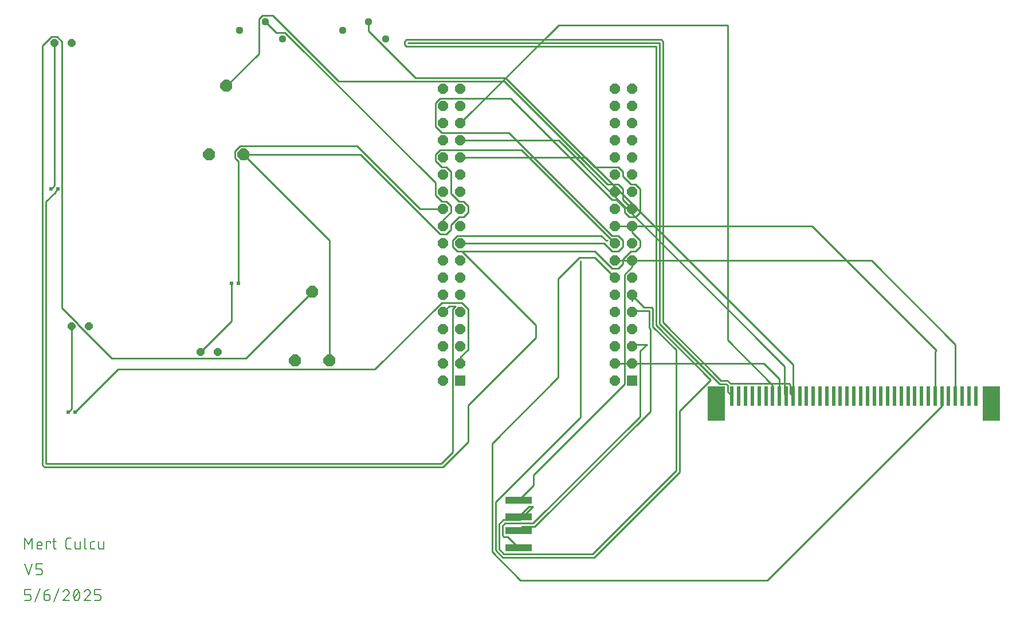
<source format=gbr>
G04 EAGLE Gerber RS-274X export*
G75*
%MOMM*%
%FSLAX34Y34*%
%LPD*%
%INTop Copper*%
%IPPOS*%
%AMOC8*
5,1,8,0,0,1.08239X$1,22.5*%
G01*
%ADD10C,0.152400*%
%ADD11R,2.540000X5.080000*%
%ADD12R,0.500000X3.000000*%
%ADD13P,1.231672X8X22.500000*%
%ADD14P,1.924489X8X22.500000*%
%ADD15C,1.120000*%
%ADD16R,1.524000X1.524000*%
%ADD17P,1.649562X8X112.500000*%
%ADD18R,4.000000X1.120000*%
%ADD19R,0.500000X0.600000*%
%ADD20C,0.254000*%


D10*
X96012Y153162D02*
X96012Y169418D01*
X101431Y160387D01*
X106849Y169418D01*
X106849Y153162D01*
X116680Y153162D02*
X121195Y153162D01*
X116680Y153162D02*
X116579Y153164D01*
X116478Y153170D01*
X116377Y153179D01*
X116276Y153192D01*
X116176Y153209D01*
X116077Y153230D01*
X115979Y153254D01*
X115882Y153282D01*
X115785Y153314D01*
X115690Y153349D01*
X115597Y153388D01*
X115505Y153430D01*
X115414Y153476D01*
X115326Y153525D01*
X115239Y153577D01*
X115154Y153633D01*
X115071Y153691D01*
X114991Y153753D01*
X114913Y153818D01*
X114837Y153885D01*
X114764Y153955D01*
X114694Y154028D01*
X114627Y154104D01*
X114562Y154182D01*
X114500Y154262D01*
X114442Y154345D01*
X114386Y154430D01*
X114334Y154517D01*
X114285Y154605D01*
X114239Y154696D01*
X114197Y154788D01*
X114158Y154881D01*
X114123Y154976D01*
X114091Y155073D01*
X114063Y155170D01*
X114039Y155268D01*
X114018Y155367D01*
X114001Y155467D01*
X113988Y155568D01*
X113979Y155669D01*
X113973Y155770D01*
X113971Y155871D01*
X113971Y160387D01*
X113973Y160506D01*
X113979Y160626D01*
X113989Y160745D01*
X114003Y160863D01*
X114020Y160982D01*
X114042Y161099D01*
X114067Y161216D01*
X114097Y161331D01*
X114130Y161446D01*
X114167Y161560D01*
X114207Y161672D01*
X114252Y161783D01*
X114300Y161892D01*
X114351Y162000D01*
X114406Y162106D01*
X114465Y162210D01*
X114527Y162312D01*
X114592Y162412D01*
X114661Y162510D01*
X114733Y162606D01*
X114808Y162699D01*
X114885Y162789D01*
X114966Y162877D01*
X115050Y162962D01*
X115137Y163044D01*
X115226Y163124D01*
X115318Y163200D01*
X115412Y163274D01*
X115509Y163344D01*
X115607Y163411D01*
X115708Y163475D01*
X115812Y163535D01*
X115917Y163592D01*
X116024Y163645D01*
X116132Y163695D01*
X116242Y163741D01*
X116354Y163783D01*
X116467Y163822D01*
X116581Y163857D01*
X116696Y163888D01*
X116813Y163916D01*
X116930Y163939D01*
X117047Y163959D01*
X117166Y163975D01*
X117285Y163987D01*
X117404Y163995D01*
X117523Y163999D01*
X117643Y163999D01*
X117762Y163995D01*
X117881Y163987D01*
X118000Y163975D01*
X118119Y163959D01*
X118236Y163939D01*
X118353Y163916D01*
X118470Y163888D01*
X118585Y163857D01*
X118699Y163822D01*
X118812Y163783D01*
X118924Y163741D01*
X119034Y163695D01*
X119142Y163645D01*
X119249Y163592D01*
X119354Y163535D01*
X119458Y163475D01*
X119559Y163411D01*
X119657Y163344D01*
X119754Y163274D01*
X119848Y163200D01*
X119940Y163124D01*
X120029Y163044D01*
X120116Y162962D01*
X120200Y162877D01*
X120281Y162789D01*
X120358Y162699D01*
X120433Y162606D01*
X120505Y162510D01*
X120574Y162412D01*
X120639Y162312D01*
X120701Y162210D01*
X120760Y162106D01*
X120815Y162000D01*
X120866Y161892D01*
X120914Y161783D01*
X120959Y161672D01*
X120999Y161560D01*
X121036Y161446D01*
X121069Y161331D01*
X121099Y161216D01*
X121124Y161099D01*
X121146Y160982D01*
X121163Y160863D01*
X121177Y160745D01*
X121187Y160626D01*
X121193Y160506D01*
X121195Y160387D01*
X121195Y158581D01*
X113971Y158581D01*
X128123Y163999D02*
X128123Y153162D01*
X128123Y163999D02*
X133542Y163999D01*
X133542Y162193D01*
X137162Y163999D02*
X142581Y163999D01*
X138968Y169418D02*
X138968Y155871D01*
X138969Y155871D02*
X138971Y155770D01*
X138977Y155669D01*
X138986Y155568D01*
X138999Y155467D01*
X139016Y155367D01*
X139037Y155268D01*
X139061Y155170D01*
X139089Y155073D01*
X139121Y154976D01*
X139156Y154881D01*
X139195Y154788D01*
X139237Y154696D01*
X139283Y154605D01*
X139332Y154517D01*
X139384Y154430D01*
X139440Y154345D01*
X139498Y154262D01*
X139560Y154182D01*
X139625Y154104D01*
X139692Y154028D01*
X139762Y153955D01*
X139835Y153885D01*
X139911Y153818D01*
X139989Y153753D01*
X140069Y153691D01*
X140152Y153633D01*
X140237Y153577D01*
X140324Y153525D01*
X140412Y153476D01*
X140503Y153430D01*
X140595Y153388D01*
X140688Y153349D01*
X140783Y153314D01*
X140880Y153282D01*
X140977Y153254D01*
X141075Y153230D01*
X141174Y153209D01*
X141274Y153192D01*
X141375Y153179D01*
X141476Y153170D01*
X141577Y153164D01*
X141678Y153162D01*
X142581Y153162D01*
X160408Y153162D02*
X164020Y153162D01*
X160408Y153162D02*
X160290Y153164D01*
X160172Y153170D01*
X160054Y153179D01*
X159937Y153193D01*
X159820Y153210D01*
X159703Y153231D01*
X159588Y153256D01*
X159473Y153285D01*
X159359Y153318D01*
X159247Y153354D01*
X159136Y153394D01*
X159026Y153437D01*
X158917Y153484D01*
X158810Y153534D01*
X158705Y153589D01*
X158602Y153646D01*
X158501Y153707D01*
X158401Y153771D01*
X158304Y153838D01*
X158209Y153908D01*
X158117Y153982D01*
X158026Y154058D01*
X157939Y154138D01*
X157854Y154220D01*
X157772Y154305D01*
X157692Y154392D01*
X157616Y154483D01*
X157542Y154575D01*
X157472Y154670D01*
X157405Y154767D01*
X157341Y154867D01*
X157280Y154968D01*
X157223Y155071D01*
X157168Y155176D01*
X157118Y155283D01*
X157071Y155392D01*
X157028Y155502D01*
X156988Y155613D01*
X156952Y155725D01*
X156919Y155839D01*
X156890Y155954D01*
X156865Y156069D01*
X156844Y156186D01*
X156827Y156303D01*
X156813Y156420D01*
X156804Y156538D01*
X156798Y156656D01*
X156796Y156774D01*
X156795Y156774D02*
X156795Y165806D01*
X156796Y165806D02*
X156798Y165924D01*
X156804Y166042D01*
X156813Y166160D01*
X156827Y166277D01*
X156844Y166394D01*
X156865Y166511D01*
X156890Y166626D01*
X156919Y166741D01*
X156952Y166855D01*
X156988Y166967D01*
X157028Y167078D01*
X157071Y167188D01*
X157118Y167297D01*
X157168Y167404D01*
X157222Y167509D01*
X157280Y167612D01*
X157341Y167713D01*
X157405Y167813D01*
X157472Y167910D01*
X157542Y168005D01*
X157616Y168097D01*
X157692Y168188D01*
X157772Y168275D01*
X157854Y168360D01*
X157939Y168442D01*
X158026Y168522D01*
X158117Y168598D01*
X158209Y168672D01*
X158304Y168742D01*
X158401Y168809D01*
X158501Y168873D01*
X158602Y168934D01*
X158705Y168991D01*
X158810Y169045D01*
X158917Y169096D01*
X159026Y169143D01*
X159136Y169186D01*
X159247Y169226D01*
X159359Y169262D01*
X159473Y169295D01*
X159588Y169324D01*
X159703Y169349D01*
X159820Y169370D01*
X159937Y169387D01*
X160054Y169401D01*
X160172Y169410D01*
X160290Y169416D01*
X160408Y169418D01*
X164020Y169418D01*
X170243Y163999D02*
X170243Y155871D01*
X170245Y155770D01*
X170251Y155669D01*
X170260Y155568D01*
X170273Y155467D01*
X170290Y155367D01*
X170311Y155268D01*
X170335Y155170D01*
X170363Y155073D01*
X170395Y154976D01*
X170430Y154881D01*
X170469Y154788D01*
X170511Y154696D01*
X170557Y154605D01*
X170606Y154517D01*
X170658Y154430D01*
X170714Y154345D01*
X170772Y154262D01*
X170834Y154182D01*
X170899Y154104D01*
X170966Y154028D01*
X171036Y153955D01*
X171109Y153885D01*
X171185Y153818D01*
X171263Y153753D01*
X171343Y153691D01*
X171426Y153633D01*
X171511Y153577D01*
X171598Y153525D01*
X171686Y153476D01*
X171777Y153430D01*
X171869Y153388D01*
X171962Y153349D01*
X172057Y153314D01*
X172154Y153282D01*
X172251Y153254D01*
X172349Y153230D01*
X172448Y153209D01*
X172548Y153192D01*
X172649Y153179D01*
X172750Y153170D01*
X172851Y153164D01*
X172952Y153162D01*
X177468Y153162D01*
X177468Y163999D01*
X184548Y169418D02*
X184548Y155871D01*
X184550Y155770D01*
X184556Y155669D01*
X184565Y155568D01*
X184578Y155467D01*
X184595Y155367D01*
X184616Y155268D01*
X184640Y155170D01*
X184668Y155073D01*
X184700Y154976D01*
X184735Y154881D01*
X184774Y154788D01*
X184816Y154696D01*
X184862Y154605D01*
X184911Y154517D01*
X184963Y154430D01*
X185019Y154345D01*
X185077Y154262D01*
X185139Y154182D01*
X185204Y154104D01*
X185271Y154028D01*
X185341Y153955D01*
X185414Y153885D01*
X185490Y153818D01*
X185568Y153753D01*
X185648Y153691D01*
X185731Y153633D01*
X185816Y153577D01*
X185903Y153525D01*
X185991Y153476D01*
X186082Y153430D01*
X186174Y153388D01*
X186267Y153349D01*
X186362Y153314D01*
X186459Y153282D01*
X186556Y153254D01*
X186654Y153230D01*
X186753Y153209D01*
X186853Y153192D01*
X186954Y153179D01*
X187055Y153170D01*
X187156Y153164D01*
X187257Y153162D01*
X195374Y153162D02*
X198987Y153162D01*
X195374Y153162D02*
X195273Y153164D01*
X195172Y153170D01*
X195071Y153179D01*
X194970Y153192D01*
X194870Y153209D01*
X194771Y153230D01*
X194673Y153254D01*
X194576Y153282D01*
X194479Y153314D01*
X194384Y153349D01*
X194291Y153388D01*
X194199Y153430D01*
X194108Y153476D01*
X194020Y153525D01*
X193933Y153577D01*
X193848Y153633D01*
X193765Y153691D01*
X193685Y153753D01*
X193607Y153818D01*
X193531Y153885D01*
X193458Y153955D01*
X193388Y154028D01*
X193321Y154104D01*
X193256Y154182D01*
X193194Y154262D01*
X193136Y154345D01*
X193080Y154430D01*
X193028Y154517D01*
X192979Y154605D01*
X192933Y154696D01*
X192891Y154788D01*
X192852Y154881D01*
X192817Y154976D01*
X192785Y155073D01*
X192757Y155170D01*
X192733Y155268D01*
X192712Y155367D01*
X192695Y155467D01*
X192682Y155568D01*
X192673Y155669D01*
X192667Y155770D01*
X192665Y155871D01*
X192665Y161290D01*
X192667Y161391D01*
X192673Y161492D01*
X192682Y161593D01*
X192695Y161694D01*
X192712Y161794D01*
X192733Y161893D01*
X192757Y161991D01*
X192785Y162088D01*
X192817Y162185D01*
X192852Y162280D01*
X192891Y162373D01*
X192933Y162465D01*
X192979Y162556D01*
X193028Y162645D01*
X193080Y162731D01*
X193136Y162816D01*
X193194Y162899D01*
X193256Y162979D01*
X193321Y163057D01*
X193388Y163133D01*
X193458Y163206D01*
X193531Y163276D01*
X193607Y163343D01*
X193685Y163408D01*
X193765Y163470D01*
X193848Y163528D01*
X193933Y163584D01*
X194020Y163636D01*
X194108Y163685D01*
X194199Y163731D01*
X194291Y163773D01*
X194384Y163812D01*
X194479Y163847D01*
X194576Y163879D01*
X194673Y163907D01*
X194771Y163931D01*
X194870Y163952D01*
X194970Y163969D01*
X195071Y163982D01*
X195172Y163991D01*
X195273Y163997D01*
X195374Y163999D01*
X198987Y163999D01*
X205153Y163999D02*
X205153Y155871D01*
X205155Y155770D01*
X205161Y155669D01*
X205170Y155568D01*
X205183Y155467D01*
X205200Y155367D01*
X205221Y155268D01*
X205245Y155170D01*
X205273Y155073D01*
X205305Y154976D01*
X205340Y154881D01*
X205379Y154788D01*
X205421Y154696D01*
X205467Y154605D01*
X205516Y154517D01*
X205568Y154430D01*
X205624Y154345D01*
X205682Y154262D01*
X205744Y154182D01*
X205809Y154104D01*
X205876Y154028D01*
X205946Y153955D01*
X206019Y153885D01*
X206095Y153818D01*
X206173Y153753D01*
X206253Y153691D01*
X206336Y153633D01*
X206421Y153577D01*
X206508Y153525D01*
X206596Y153476D01*
X206687Y153430D01*
X206779Y153388D01*
X206872Y153349D01*
X206967Y153314D01*
X207064Y153282D01*
X207161Y153254D01*
X207259Y153230D01*
X207358Y153209D01*
X207458Y153192D01*
X207559Y153179D01*
X207660Y153170D01*
X207761Y153164D01*
X207862Y153162D01*
X212377Y153162D01*
X212377Y163999D01*
X96012Y131318D02*
X101431Y115062D01*
X106849Y131318D01*
X112546Y115062D02*
X117965Y115062D01*
X118083Y115064D01*
X118201Y115070D01*
X118319Y115079D01*
X118436Y115093D01*
X118553Y115110D01*
X118670Y115131D01*
X118785Y115156D01*
X118900Y115185D01*
X119014Y115218D01*
X119126Y115254D01*
X119237Y115294D01*
X119347Y115337D01*
X119456Y115384D01*
X119563Y115434D01*
X119668Y115489D01*
X119771Y115546D01*
X119872Y115607D01*
X119972Y115671D01*
X120069Y115738D01*
X120164Y115808D01*
X120256Y115882D01*
X120347Y115958D01*
X120434Y116038D01*
X120519Y116120D01*
X120601Y116205D01*
X120681Y116292D01*
X120757Y116383D01*
X120831Y116475D01*
X120901Y116570D01*
X120968Y116667D01*
X121032Y116767D01*
X121093Y116868D01*
X121150Y116971D01*
X121205Y117076D01*
X121255Y117183D01*
X121302Y117292D01*
X121345Y117402D01*
X121385Y117513D01*
X121421Y117625D01*
X121454Y117739D01*
X121483Y117854D01*
X121508Y117969D01*
X121529Y118086D01*
X121546Y118203D01*
X121560Y118320D01*
X121569Y118438D01*
X121575Y118556D01*
X121577Y118674D01*
X121577Y120481D01*
X121575Y120599D01*
X121569Y120717D01*
X121560Y120835D01*
X121546Y120952D01*
X121529Y121069D01*
X121508Y121186D01*
X121483Y121301D01*
X121454Y121416D01*
X121421Y121530D01*
X121385Y121642D01*
X121345Y121753D01*
X121302Y121863D01*
X121255Y121972D01*
X121205Y122079D01*
X121150Y122184D01*
X121093Y122287D01*
X121032Y122388D01*
X120968Y122488D01*
X120901Y122585D01*
X120831Y122680D01*
X120757Y122772D01*
X120681Y122863D01*
X120601Y122950D01*
X120519Y123035D01*
X120434Y123117D01*
X120347Y123197D01*
X120256Y123273D01*
X120164Y123347D01*
X120069Y123417D01*
X119972Y123484D01*
X119872Y123548D01*
X119771Y123609D01*
X119668Y123666D01*
X119563Y123721D01*
X119456Y123771D01*
X119347Y123818D01*
X119237Y123861D01*
X119126Y123901D01*
X119014Y123937D01*
X118900Y123970D01*
X118785Y123999D01*
X118670Y124024D01*
X118553Y124045D01*
X118436Y124062D01*
X118319Y124076D01*
X118201Y124085D01*
X118083Y124091D01*
X117965Y124093D01*
X112546Y124093D01*
X112546Y131318D01*
X121577Y131318D01*
X101431Y76962D02*
X96012Y76962D01*
X101431Y76962D02*
X101549Y76964D01*
X101667Y76970D01*
X101785Y76979D01*
X101902Y76993D01*
X102019Y77010D01*
X102136Y77031D01*
X102251Y77056D01*
X102366Y77085D01*
X102480Y77118D01*
X102592Y77154D01*
X102703Y77194D01*
X102813Y77237D01*
X102922Y77284D01*
X103029Y77334D01*
X103134Y77389D01*
X103237Y77446D01*
X103338Y77507D01*
X103438Y77571D01*
X103535Y77638D01*
X103630Y77708D01*
X103722Y77782D01*
X103813Y77858D01*
X103900Y77938D01*
X103985Y78020D01*
X104067Y78105D01*
X104147Y78192D01*
X104223Y78283D01*
X104297Y78375D01*
X104367Y78470D01*
X104434Y78567D01*
X104498Y78667D01*
X104559Y78768D01*
X104616Y78871D01*
X104671Y78976D01*
X104721Y79083D01*
X104768Y79192D01*
X104811Y79302D01*
X104851Y79413D01*
X104887Y79525D01*
X104920Y79639D01*
X104949Y79754D01*
X104974Y79869D01*
X104995Y79986D01*
X105012Y80103D01*
X105026Y80220D01*
X105035Y80338D01*
X105041Y80456D01*
X105043Y80574D01*
X105043Y82381D01*
X105041Y82499D01*
X105035Y82617D01*
X105026Y82735D01*
X105012Y82852D01*
X104995Y82969D01*
X104974Y83086D01*
X104949Y83201D01*
X104920Y83316D01*
X104887Y83430D01*
X104851Y83542D01*
X104811Y83653D01*
X104768Y83763D01*
X104721Y83872D01*
X104671Y83979D01*
X104616Y84084D01*
X104559Y84187D01*
X104498Y84288D01*
X104434Y84388D01*
X104367Y84485D01*
X104297Y84580D01*
X104223Y84672D01*
X104147Y84763D01*
X104067Y84850D01*
X103985Y84935D01*
X103900Y85017D01*
X103813Y85097D01*
X103722Y85173D01*
X103630Y85247D01*
X103535Y85317D01*
X103438Y85384D01*
X103338Y85448D01*
X103237Y85509D01*
X103134Y85566D01*
X103029Y85621D01*
X102922Y85671D01*
X102813Y85718D01*
X102703Y85761D01*
X102592Y85801D01*
X102480Y85837D01*
X102366Y85870D01*
X102251Y85899D01*
X102136Y85924D01*
X102019Y85945D01*
X101902Y85962D01*
X101785Y85976D01*
X101667Y85985D01*
X101549Y85991D01*
X101431Y85993D01*
X96012Y85993D01*
X96012Y93218D01*
X105043Y93218D01*
X118208Y95024D02*
X110983Y75156D01*
X124148Y85993D02*
X129567Y85993D01*
X129685Y85991D01*
X129803Y85985D01*
X129921Y85976D01*
X130038Y85962D01*
X130155Y85945D01*
X130272Y85924D01*
X130387Y85899D01*
X130502Y85870D01*
X130616Y85837D01*
X130728Y85801D01*
X130839Y85761D01*
X130949Y85718D01*
X131058Y85671D01*
X131165Y85621D01*
X131270Y85566D01*
X131373Y85509D01*
X131474Y85448D01*
X131574Y85384D01*
X131671Y85317D01*
X131766Y85247D01*
X131858Y85173D01*
X131949Y85097D01*
X132036Y85017D01*
X132121Y84935D01*
X132203Y84850D01*
X132283Y84763D01*
X132359Y84672D01*
X132433Y84580D01*
X132503Y84485D01*
X132570Y84388D01*
X132634Y84288D01*
X132695Y84187D01*
X132752Y84084D01*
X132807Y83979D01*
X132857Y83872D01*
X132904Y83763D01*
X132947Y83653D01*
X132987Y83542D01*
X133023Y83430D01*
X133056Y83316D01*
X133085Y83201D01*
X133110Y83086D01*
X133131Y82969D01*
X133148Y82852D01*
X133162Y82735D01*
X133171Y82617D01*
X133177Y82499D01*
X133179Y82381D01*
X133179Y81478D01*
X133180Y81478D02*
X133178Y81345D01*
X133172Y81213D01*
X133162Y81081D01*
X133149Y80949D01*
X133131Y80817D01*
X133110Y80687D01*
X133085Y80556D01*
X133056Y80427D01*
X133023Y80299D01*
X132987Y80171D01*
X132947Y80045D01*
X132903Y79920D01*
X132855Y79796D01*
X132804Y79674D01*
X132749Y79553D01*
X132691Y79434D01*
X132629Y79316D01*
X132564Y79201D01*
X132495Y79087D01*
X132424Y78976D01*
X132348Y78867D01*
X132270Y78760D01*
X132189Y78655D01*
X132104Y78553D01*
X132017Y78453D01*
X131927Y78356D01*
X131834Y78261D01*
X131738Y78170D01*
X131640Y78081D01*
X131539Y77995D01*
X131435Y77912D01*
X131329Y77832D01*
X131221Y77756D01*
X131111Y77682D01*
X130998Y77612D01*
X130884Y77545D01*
X130767Y77482D01*
X130649Y77422D01*
X130529Y77365D01*
X130407Y77312D01*
X130284Y77263D01*
X130160Y77217D01*
X130034Y77175D01*
X129907Y77137D01*
X129779Y77102D01*
X129650Y77071D01*
X129521Y77044D01*
X129390Y77021D01*
X129259Y77001D01*
X129127Y76986D01*
X128995Y76974D01*
X128863Y76966D01*
X128730Y76962D01*
X128598Y76962D01*
X128465Y76966D01*
X128333Y76974D01*
X128201Y76986D01*
X128069Y77001D01*
X127938Y77021D01*
X127807Y77044D01*
X127678Y77071D01*
X127549Y77102D01*
X127421Y77137D01*
X127294Y77175D01*
X127168Y77217D01*
X127044Y77263D01*
X126921Y77312D01*
X126799Y77365D01*
X126679Y77422D01*
X126561Y77482D01*
X126444Y77545D01*
X126330Y77612D01*
X126217Y77682D01*
X126107Y77756D01*
X125999Y77832D01*
X125893Y77912D01*
X125789Y77995D01*
X125688Y78081D01*
X125590Y78170D01*
X125494Y78261D01*
X125401Y78356D01*
X125311Y78453D01*
X125224Y78553D01*
X125139Y78655D01*
X125058Y78760D01*
X124980Y78867D01*
X124904Y78976D01*
X124833Y79087D01*
X124764Y79201D01*
X124699Y79316D01*
X124637Y79434D01*
X124579Y79553D01*
X124524Y79674D01*
X124473Y79796D01*
X124425Y79920D01*
X124381Y80045D01*
X124341Y80171D01*
X124305Y80299D01*
X124272Y80427D01*
X124243Y80556D01*
X124218Y80687D01*
X124197Y80817D01*
X124179Y80949D01*
X124166Y81081D01*
X124156Y81213D01*
X124150Y81345D01*
X124148Y81478D01*
X124148Y85993D01*
X124150Y86170D01*
X124157Y86348D01*
X124168Y86525D01*
X124183Y86701D01*
X124202Y86877D01*
X124226Y87053D01*
X124254Y87228D01*
X124287Y87403D01*
X124324Y87576D01*
X124365Y87749D01*
X124410Y87920D01*
X124459Y88090D01*
X124513Y88259D01*
X124570Y88427D01*
X124632Y88593D01*
X124698Y88758D01*
X124768Y88921D01*
X124842Y89082D01*
X124919Y89241D01*
X125001Y89399D01*
X125087Y89554D01*
X125176Y89707D01*
X125269Y89858D01*
X125366Y90007D01*
X125466Y90153D01*
X125570Y90297D01*
X125677Y90438D01*
X125788Y90576D01*
X125902Y90712D01*
X126020Y90845D01*
X126140Y90975D01*
X126264Y91102D01*
X126391Y91226D01*
X126521Y91346D01*
X126654Y91464D01*
X126789Y91578D01*
X126928Y91689D01*
X127069Y91796D01*
X127213Y91900D01*
X127359Y92000D01*
X127508Y92097D01*
X127659Y92190D01*
X127812Y92279D01*
X127967Y92365D01*
X128125Y92447D01*
X128284Y92524D01*
X128445Y92598D01*
X128608Y92668D01*
X128773Y92734D01*
X128939Y92796D01*
X129107Y92853D01*
X129276Y92907D01*
X129446Y92956D01*
X129617Y93001D01*
X129790Y93042D01*
X129963Y93079D01*
X130138Y93112D01*
X130313Y93140D01*
X130489Y93164D01*
X130665Y93183D01*
X130841Y93198D01*
X131018Y93209D01*
X131196Y93216D01*
X131373Y93218D01*
X146344Y95024D02*
X139119Y75156D01*
X157251Y93218D02*
X157376Y93216D01*
X157501Y93210D01*
X157626Y93201D01*
X157750Y93187D01*
X157874Y93170D01*
X157998Y93149D01*
X158120Y93124D01*
X158242Y93095D01*
X158363Y93063D01*
X158483Y93027D01*
X158602Y92987D01*
X158719Y92944D01*
X158835Y92897D01*
X158950Y92846D01*
X159062Y92792D01*
X159174Y92734D01*
X159283Y92674D01*
X159390Y92609D01*
X159496Y92542D01*
X159599Y92471D01*
X159700Y92397D01*
X159799Y92320D01*
X159895Y92240D01*
X159989Y92157D01*
X160080Y92072D01*
X160169Y91983D01*
X160254Y91892D01*
X160337Y91798D01*
X160417Y91702D01*
X160494Y91603D01*
X160568Y91502D01*
X160639Y91399D01*
X160706Y91293D01*
X160771Y91186D01*
X160831Y91077D01*
X160889Y90965D01*
X160943Y90853D01*
X160994Y90738D01*
X161041Y90622D01*
X161084Y90505D01*
X161124Y90386D01*
X161160Y90266D01*
X161192Y90145D01*
X161221Y90023D01*
X161246Y89901D01*
X161267Y89777D01*
X161284Y89653D01*
X161298Y89529D01*
X161307Y89404D01*
X161313Y89279D01*
X161315Y89154D01*
X157251Y93218D02*
X157108Y93216D01*
X156966Y93210D01*
X156823Y93200D01*
X156681Y93187D01*
X156540Y93169D01*
X156398Y93148D01*
X156258Y93123D01*
X156118Y93094D01*
X155979Y93061D01*
X155841Y93024D01*
X155704Y92984D01*
X155569Y92940D01*
X155434Y92892D01*
X155301Y92840D01*
X155169Y92785D01*
X155039Y92726D01*
X154911Y92664D01*
X154784Y92598D01*
X154659Y92529D01*
X154536Y92457D01*
X154416Y92381D01*
X154297Y92302D01*
X154180Y92219D01*
X154066Y92134D01*
X153954Y92045D01*
X153845Y91954D01*
X153738Y91859D01*
X153633Y91762D01*
X153532Y91661D01*
X153433Y91558D01*
X153337Y91453D01*
X153244Y91344D01*
X153154Y91233D01*
X153067Y91120D01*
X152983Y91005D01*
X152903Y90887D01*
X152825Y90767D01*
X152751Y90645D01*
X152681Y90521D01*
X152613Y90395D01*
X152550Y90267D01*
X152489Y90138D01*
X152432Y90007D01*
X152379Y89875D01*
X152330Y89741D01*
X152284Y89606D01*
X159960Y85993D02*
X160054Y86085D01*
X160144Y86179D01*
X160232Y86276D01*
X160317Y86376D01*
X160399Y86478D01*
X160478Y86583D01*
X160553Y86690D01*
X160625Y86799D01*
X160694Y86910D01*
X160760Y87024D01*
X160822Y87139D01*
X160881Y87256D01*
X160936Y87375D01*
X160987Y87495D01*
X161035Y87617D01*
X161080Y87740D01*
X161120Y87864D01*
X161157Y87990D01*
X161190Y88117D01*
X161219Y88244D01*
X161245Y88373D01*
X161266Y88502D01*
X161284Y88632D01*
X161297Y88762D01*
X161307Y88892D01*
X161313Y89023D01*
X161315Y89154D01*
X159961Y85993D02*
X152284Y76962D01*
X161315Y76962D01*
X167916Y85090D02*
X167920Y85410D01*
X167931Y85729D01*
X167950Y86049D01*
X167977Y86367D01*
X168011Y86685D01*
X168053Y87002D01*
X168103Y87318D01*
X168160Y87633D01*
X168224Y87946D01*
X168296Y88258D01*
X168375Y88568D01*
X168462Y88875D01*
X168556Y89181D01*
X168657Y89484D01*
X168766Y89785D01*
X168881Y90083D01*
X169004Y90379D01*
X169134Y90671D01*
X169271Y90960D01*
X169270Y90961D02*
X169309Y91069D01*
X169352Y91176D01*
X169398Y91281D01*
X169449Y91385D01*
X169502Y91487D01*
X169559Y91587D01*
X169620Y91685D01*
X169684Y91780D01*
X169751Y91874D01*
X169822Y91965D01*
X169895Y92054D01*
X169972Y92140D01*
X170051Y92223D01*
X170133Y92304D01*
X170218Y92382D01*
X170306Y92456D01*
X170396Y92528D01*
X170488Y92596D01*
X170583Y92662D01*
X170680Y92724D01*
X170779Y92782D01*
X170881Y92838D01*
X170983Y92889D01*
X171088Y92937D01*
X171194Y92982D01*
X171302Y93023D01*
X171411Y93060D01*
X171521Y93093D01*
X171633Y93122D01*
X171745Y93148D01*
X171858Y93170D01*
X171972Y93187D01*
X172086Y93201D01*
X172201Y93211D01*
X172316Y93217D01*
X172431Y93219D01*
X172431Y93218D02*
X172546Y93216D01*
X172661Y93210D01*
X172776Y93200D01*
X172890Y93186D01*
X173004Y93169D01*
X173117Y93147D01*
X173229Y93121D01*
X173341Y93092D01*
X173451Y93059D01*
X173560Y93022D01*
X173668Y92981D01*
X173774Y92936D01*
X173879Y92888D01*
X173981Y92837D01*
X174082Y92781D01*
X174182Y92723D01*
X174279Y92661D01*
X174373Y92596D01*
X174466Y92527D01*
X174556Y92455D01*
X174644Y92381D01*
X174729Y92303D01*
X174811Y92222D01*
X174890Y92139D01*
X174967Y92053D01*
X175040Y91964D01*
X175111Y91873D01*
X175178Y91779D01*
X175242Y91684D01*
X175303Y91586D01*
X175360Y91486D01*
X175413Y91384D01*
X175464Y91280D01*
X175510Y91175D01*
X175553Y91068D01*
X175592Y90960D01*
X175591Y90960D02*
X175728Y90671D01*
X175858Y90379D01*
X175981Y90083D01*
X176096Y89785D01*
X176205Y89484D01*
X176306Y89181D01*
X176400Y88875D01*
X176487Y88568D01*
X176566Y88258D01*
X176638Y87946D01*
X176702Y87633D01*
X176759Y87318D01*
X176809Y87002D01*
X176851Y86685D01*
X176885Y86367D01*
X176912Y86049D01*
X176931Y85729D01*
X176942Y85410D01*
X176946Y85090D01*
X167916Y85090D02*
X167920Y84770D01*
X167931Y84451D01*
X167950Y84131D01*
X167977Y83813D01*
X168011Y83495D01*
X168053Y83178D01*
X168103Y82862D01*
X168160Y82547D01*
X168224Y82234D01*
X168296Y81922D01*
X168375Y81612D01*
X168462Y81305D01*
X168556Y80999D01*
X168657Y80696D01*
X168766Y80395D01*
X168881Y80097D01*
X169004Y79801D01*
X169134Y79509D01*
X169271Y79220D01*
X169270Y79220D02*
X169309Y79112D01*
X169352Y79005D01*
X169398Y78900D01*
X169449Y78796D01*
X169502Y78694D01*
X169559Y78594D01*
X169620Y78496D01*
X169684Y78401D01*
X169751Y78307D01*
X169822Y78216D01*
X169895Y78127D01*
X169972Y78041D01*
X170051Y77958D01*
X170133Y77877D01*
X170218Y77799D01*
X170306Y77725D01*
X170396Y77653D01*
X170489Y77584D01*
X170583Y77519D01*
X170680Y77457D01*
X170780Y77399D01*
X170881Y77343D01*
X170983Y77292D01*
X171088Y77244D01*
X171194Y77199D01*
X171302Y77158D01*
X171411Y77121D01*
X171521Y77088D01*
X171633Y77059D01*
X171745Y77033D01*
X171858Y77011D01*
X171972Y76994D01*
X172086Y76980D01*
X172201Y76970D01*
X172316Y76964D01*
X172431Y76962D01*
X175591Y79220D02*
X175728Y79509D01*
X175858Y79801D01*
X175981Y80097D01*
X176096Y80395D01*
X176205Y80696D01*
X176306Y80999D01*
X176400Y81305D01*
X176487Y81612D01*
X176566Y81922D01*
X176638Y82234D01*
X176702Y82547D01*
X176759Y82862D01*
X176809Y83178D01*
X176851Y83495D01*
X176885Y83813D01*
X176912Y84131D01*
X176931Y84451D01*
X176942Y84770D01*
X176946Y85090D01*
X175592Y79220D02*
X175553Y79112D01*
X175510Y79005D01*
X175464Y78900D01*
X175413Y78796D01*
X175360Y78694D01*
X175303Y78594D01*
X175242Y78496D01*
X175178Y78401D01*
X175111Y78307D01*
X175040Y78216D01*
X174967Y78127D01*
X174890Y78041D01*
X174811Y77958D01*
X174729Y77877D01*
X174644Y77799D01*
X174556Y77725D01*
X174466Y77653D01*
X174373Y77584D01*
X174279Y77519D01*
X174182Y77457D01*
X174082Y77399D01*
X173981Y77343D01*
X173878Y77292D01*
X173774Y77244D01*
X173668Y77199D01*
X173560Y77158D01*
X173451Y77121D01*
X173341Y77088D01*
X173229Y77059D01*
X173117Y77033D01*
X173004Y77011D01*
X172890Y76994D01*
X172776Y76980D01*
X172661Y76970D01*
X172546Y76964D01*
X172431Y76962D01*
X168819Y80574D02*
X176044Y89606D01*
X188514Y93218D02*
X188639Y93216D01*
X188764Y93210D01*
X188889Y93201D01*
X189013Y93187D01*
X189137Y93170D01*
X189261Y93149D01*
X189383Y93124D01*
X189505Y93095D01*
X189626Y93063D01*
X189746Y93027D01*
X189865Y92987D01*
X189982Y92944D01*
X190098Y92897D01*
X190213Y92846D01*
X190325Y92792D01*
X190437Y92734D01*
X190546Y92674D01*
X190653Y92609D01*
X190759Y92542D01*
X190862Y92471D01*
X190963Y92397D01*
X191062Y92320D01*
X191158Y92240D01*
X191252Y92157D01*
X191343Y92072D01*
X191432Y91983D01*
X191517Y91892D01*
X191600Y91798D01*
X191680Y91702D01*
X191757Y91603D01*
X191831Y91502D01*
X191902Y91399D01*
X191969Y91293D01*
X192034Y91186D01*
X192094Y91077D01*
X192152Y90965D01*
X192206Y90853D01*
X192257Y90738D01*
X192304Y90622D01*
X192347Y90505D01*
X192387Y90386D01*
X192423Y90266D01*
X192455Y90145D01*
X192484Y90023D01*
X192509Y89901D01*
X192530Y89777D01*
X192547Y89653D01*
X192561Y89529D01*
X192570Y89404D01*
X192576Y89279D01*
X192578Y89154D01*
X188514Y93218D02*
X188371Y93216D01*
X188229Y93210D01*
X188086Y93200D01*
X187944Y93187D01*
X187803Y93169D01*
X187661Y93148D01*
X187521Y93123D01*
X187381Y93094D01*
X187242Y93061D01*
X187104Y93024D01*
X186967Y92984D01*
X186832Y92940D01*
X186697Y92892D01*
X186564Y92840D01*
X186432Y92785D01*
X186302Y92726D01*
X186174Y92664D01*
X186047Y92598D01*
X185922Y92529D01*
X185799Y92457D01*
X185679Y92381D01*
X185560Y92302D01*
X185443Y92219D01*
X185329Y92134D01*
X185217Y92045D01*
X185108Y91954D01*
X185001Y91859D01*
X184896Y91762D01*
X184795Y91661D01*
X184696Y91558D01*
X184600Y91453D01*
X184507Y91344D01*
X184417Y91233D01*
X184330Y91120D01*
X184246Y91005D01*
X184166Y90887D01*
X184088Y90767D01*
X184014Y90645D01*
X183944Y90521D01*
X183876Y90395D01*
X183813Y90267D01*
X183752Y90138D01*
X183695Y90007D01*
X183642Y89875D01*
X183593Y89741D01*
X183547Y89606D01*
X191223Y85993D02*
X191317Y86085D01*
X191407Y86179D01*
X191495Y86276D01*
X191580Y86376D01*
X191662Y86478D01*
X191741Y86583D01*
X191816Y86690D01*
X191888Y86799D01*
X191957Y86910D01*
X192023Y87024D01*
X192085Y87139D01*
X192144Y87256D01*
X192199Y87375D01*
X192250Y87495D01*
X192298Y87617D01*
X192343Y87740D01*
X192383Y87864D01*
X192420Y87990D01*
X192453Y88117D01*
X192482Y88244D01*
X192508Y88373D01*
X192529Y88502D01*
X192547Y88632D01*
X192560Y88762D01*
X192570Y88892D01*
X192576Y89023D01*
X192578Y89154D01*
X191223Y85993D02*
X183547Y76962D01*
X192578Y76962D01*
X199178Y76962D02*
X204597Y76962D01*
X204715Y76964D01*
X204833Y76970D01*
X204951Y76979D01*
X205068Y76993D01*
X205185Y77010D01*
X205302Y77031D01*
X205417Y77056D01*
X205532Y77085D01*
X205646Y77118D01*
X205758Y77154D01*
X205869Y77194D01*
X205979Y77237D01*
X206088Y77284D01*
X206195Y77334D01*
X206300Y77389D01*
X206403Y77446D01*
X206504Y77507D01*
X206604Y77571D01*
X206701Y77638D01*
X206796Y77708D01*
X206888Y77782D01*
X206979Y77858D01*
X207066Y77938D01*
X207151Y78020D01*
X207233Y78105D01*
X207313Y78192D01*
X207389Y78283D01*
X207463Y78375D01*
X207533Y78470D01*
X207600Y78567D01*
X207664Y78667D01*
X207725Y78768D01*
X207782Y78871D01*
X207837Y78976D01*
X207887Y79083D01*
X207934Y79192D01*
X207977Y79302D01*
X208017Y79413D01*
X208053Y79525D01*
X208086Y79639D01*
X208115Y79754D01*
X208140Y79869D01*
X208161Y79986D01*
X208178Y80103D01*
X208192Y80220D01*
X208201Y80338D01*
X208207Y80456D01*
X208209Y80574D01*
X208209Y82381D01*
X208207Y82499D01*
X208201Y82617D01*
X208192Y82735D01*
X208178Y82852D01*
X208161Y82969D01*
X208140Y83086D01*
X208115Y83201D01*
X208086Y83316D01*
X208053Y83430D01*
X208017Y83542D01*
X207977Y83653D01*
X207934Y83763D01*
X207887Y83872D01*
X207837Y83979D01*
X207782Y84084D01*
X207725Y84187D01*
X207664Y84288D01*
X207600Y84388D01*
X207533Y84485D01*
X207463Y84580D01*
X207389Y84672D01*
X207313Y84763D01*
X207233Y84850D01*
X207151Y84935D01*
X207066Y85017D01*
X206979Y85097D01*
X206888Y85173D01*
X206796Y85247D01*
X206701Y85317D01*
X206604Y85384D01*
X206504Y85448D01*
X206403Y85509D01*
X206300Y85566D01*
X206195Y85621D01*
X206088Y85671D01*
X205979Y85718D01*
X205869Y85761D01*
X205758Y85801D01*
X205646Y85837D01*
X205532Y85870D01*
X205417Y85899D01*
X205302Y85924D01*
X205185Y85945D01*
X205068Y85962D01*
X204951Y85976D01*
X204833Y85985D01*
X204715Y85991D01*
X204597Y85993D01*
X199178Y85993D01*
X199178Y93218D01*
X208209Y93218D01*
D11*
X1117600Y368300D03*
X1524000Y368300D03*
D12*
X1140800Y379300D03*
X1150800Y379300D03*
X1160800Y379300D03*
X1170800Y379300D03*
X1180800Y379300D03*
X1190800Y379300D03*
X1200800Y379300D03*
X1210800Y379300D03*
X1220800Y379300D03*
X1230800Y379300D03*
X1240800Y379300D03*
X1250800Y379300D03*
X1260800Y379300D03*
X1270800Y379300D03*
X1280800Y379300D03*
X1290800Y379300D03*
X1300800Y379300D03*
X1310800Y379300D03*
X1320800Y379300D03*
X1330800Y379300D03*
X1340800Y379300D03*
X1350800Y379300D03*
X1360800Y379300D03*
X1370800Y379300D03*
X1380800Y379300D03*
X1390800Y379300D03*
X1400800Y379300D03*
X1410800Y379300D03*
X1420800Y379300D03*
X1430800Y379300D03*
X1440800Y379300D03*
X1450800Y379300D03*
X1460800Y379300D03*
X1470800Y379300D03*
X1480800Y379300D03*
X1490800Y379300D03*
X1500800Y379300D03*
D13*
X139700Y901700D03*
X165100Y901700D03*
X165100Y482600D03*
X190500Y482600D03*
X355600Y444500D03*
X381000Y444500D03*
D14*
X495300Y431800D03*
X546100Y431800D03*
X520700Y533400D03*
X368300Y736600D03*
X419100Y736600D03*
X393700Y838200D03*
D15*
X603400Y933400D03*
X565150Y920750D03*
X628650Y908050D03*
X451000Y933400D03*
X412750Y920750D03*
X476250Y908050D03*
D16*
X993400Y402000D03*
D17*
X968000Y402000D03*
X993400Y427400D03*
X968000Y427400D03*
X993400Y452800D03*
X968000Y452800D03*
X993400Y478200D03*
X968000Y478200D03*
X993400Y503600D03*
X968000Y503600D03*
X993400Y529000D03*
X968000Y529000D03*
X993400Y554400D03*
X968000Y554400D03*
X993400Y579800D03*
X968000Y579800D03*
X993400Y605200D03*
X968000Y605200D03*
X993400Y630600D03*
X968000Y630600D03*
X993400Y656000D03*
X968000Y656000D03*
X993400Y681400D03*
X968000Y681400D03*
X993400Y706800D03*
X968000Y706800D03*
X993400Y732200D03*
X968000Y732200D03*
X993400Y757600D03*
X968000Y757600D03*
X993400Y783000D03*
X968000Y783000D03*
X993400Y808400D03*
X968000Y808400D03*
X993400Y833800D03*
X968000Y833800D03*
D16*
X739400Y402000D03*
D17*
X714000Y402000D03*
X739400Y427400D03*
X714000Y427400D03*
X739400Y452800D03*
X714000Y452800D03*
X739400Y478200D03*
X714000Y478200D03*
X739400Y503600D03*
X714000Y503600D03*
X739400Y529000D03*
X714000Y529000D03*
X739400Y554400D03*
X714000Y554400D03*
X739400Y579800D03*
X714000Y579800D03*
X739400Y605200D03*
X714000Y605200D03*
X739400Y630600D03*
X714000Y630600D03*
X739400Y656000D03*
X714000Y656000D03*
X739400Y681400D03*
X714000Y681400D03*
X739400Y706800D03*
X714000Y706800D03*
X739400Y732200D03*
X714000Y732200D03*
X739400Y757600D03*
X714000Y757600D03*
X739400Y783000D03*
X714000Y783000D03*
X739400Y808400D03*
X714000Y808400D03*
X739400Y833800D03*
X714000Y833800D03*
D18*
X825200Y180500D03*
X825200Y200500D03*
X825200Y155500D03*
X825200Y225500D03*
D19*
X160100Y355600D03*
X170100Y355600D03*
X134700Y685800D03*
X144700Y685800D03*
X401400Y546100D03*
X411400Y546100D03*
D20*
X1200800Y395810D02*
X1200800Y379300D01*
X1200800Y395810D02*
X1134110Y462500D01*
X1134110Y928370D01*
X884770Y928370D01*
X739400Y783000D01*
X1210800Y404700D02*
X1210800Y379300D01*
X1210800Y404700D02*
X1188100Y427400D01*
X968000Y427400D01*
X1218260Y423750D02*
X1218260Y381840D01*
X1220800Y379300D01*
X1218260Y423750D02*
X884410Y757600D01*
X739400Y757600D01*
X1227110Y382990D02*
X1230800Y379300D01*
X1227110Y382990D02*
X1227110Y395878D01*
X1062990Y267136D02*
X936864Y141010D01*
X801518Y141010D01*
X791230Y151298D01*
X1224878Y398110D02*
X1227110Y395878D01*
X1062990Y357178D02*
X1062990Y267136D01*
X916940Y348228D02*
X916940Y579120D01*
X791230Y222518D02*
X791230Y151298D01*
X791230Y222518D02*
X916940Y348228D01*
X1138462Y398110D02*
X1224878Y398110D01*
X1138462Y398110D02*
X1133982Y402590D01*
X1124694Y402590D01*
X1038860Y488424D01*
X1038860Y903804D01*
X1035884Y906780D01*
X1028700Y484216D02*
X1109364Y403552D01*
X1062990Y357178D01*
X656590Y903804D02*
X659566Y906780D01*
X656590Y903804D02*
X656590Y899596D01*
X659566Y896620D01*
X1028700Y896620D01*
X1028700Y484216D01*
X1035884Y906780D02*
X659566Y906780D01*
X1230800Y426290D02*
X1230800Y379300D01*
X1230800Y426290D02*
X924890Y732200D01*
X739400Y732200D01*
X1033780Y901700D02*
X1033780Y486320D01*
X1134110Y385990D02*
X1140800Y379300D01*
X1134110Y385990D02*
X1134110Y395278D01*
X1131878Y397510D01*
X1122590Y397510D01*
X1033780Y486320D01*
X1033780Y901700D02*
X661670Y901700D01*
X1440800Y445120D02*
X1440800Y379300D01*
X1440800Y445120D02*
X1442720Y447040D01*
X1259160Y630600D01*
X968000Y630600D01*
X718735Y619170D02*
X709266Y619170D01*
X718735Y619170D02*
X725430Y625866D01*
X744135Y644570D02*
X750830Y651266D01*
X750830Y660735D01*
X744135Y667430D01*
X725430Y711535D02*
X718735Y718230D01*
X702570Y736935D02*
X709266Y743630D01*
X725430Y632795D02*
X725430Y625866D01*
X725430Y632795D02*
X737206Y644570D01*
X744135Y644570D01*
X744135Y667430D02*
X737206Y667430D01*
X725430Y679206D01*
X718735Y718230D02*
X711806Y718230D01*
X702570Y727466D01*
X702570Y736935D01*
X709266Y743630D02*
X829570Y743630D01*
X968000Y605200D01*
X591836Y736600D02*
X419100Y736600D01*
X591836Y736600D02*
X709266Y619170D01*
X725430Y679206D02*
X725430Y711535D01*
X546100Y609600D02*
X419100Y736600D01*
X546100Y609600D02*
X546100Y431800D01*
X143635Y911200D02*
X135765Y911200D01*
X121920Y277296D02*
X124896Y274320D01*
X713304Y274320D01*
X224665Y435000D02*
X174600Y485066D01*
X174600Y486535D01*
X151010Y903825D02*
X143635Y911200D01*
X750830Y311846D02*
X713304Y274320D01*
X750830Y311846D02*
X750830Y366020D01*
X850900Y466090D01*
X135765Y911200D02*
X121920Y897355D01*
X121920Y277296D01*
X422300Y435000D02*
X520700Y533400D01*
X422300Y435000D02*
X224665Y435000D01*
X151010Y510125D02*
X151010Y903825D01*
X151010Y510125D02*
X174600Y486535D01*
X850900Y484465D02*
X850900Y466090D01*
X850900Y484465D02*
X741595Y593770D01*
X734666Y593770D01*
X727970Y609935D02*
X734666Y616630D01*
X727970Y609935D02*
X727970Y600466D01*
X734666Y593770D01*
X963266Y568370D02*
X972735Y568370D01*
X979430Y575066D01*
X998135Y593770D02*
X1004830Y600466D01*
X1004830Y609935D01*
X956570Y609446D02*
X954774Y609446D01*
X979430Y581995D02*
X979430Y575066D01*
X979430Y581995D02*
X991206Y593770D01*
X998135Y593770D01*
X937866Y593770D02*
X741595Y593770D01*
X937866Y593770D02*
X963266Y568370D01*
X1004830Y609935D02*
X993400Y621365D01*
X993400Y630600D01*
X954774Y609446D02*
X947590Y616630D01*
X734666Y616630D01*
X441590Y937298D02*
X447102Y942810D01*
X972735Y692830D02*
X979430Y686135D01*
X979430Y669970D02*
X993400Y656000D01*
X972735Y692830D02*
X956570Y692830D01*
X979430Y686135D02*
X979430Y669970D01*
X461982Y942810D02*
X447102Y942810D01*
X461982Y942810D02*
X559562Y845230D01*
X804170Y845230D01*
X956570Y692830D01*
X441590Y886090D02*
X393700Y838200D01*
X441590Y886090D02*
X441590Y937298D01*
X718735Y667430D02*
X725430Y660735D01*
X725430Y651266D01*
X466940Y917460D02*
X451000Y933400D01*
X714000Y639836D02*
X714000Y630600D01*
X480148Y917460D02*
X466940Y917460D01*
X725430Y651266D02*
X714000Y639836D01*
X702570Y695038D02*
X480148Y917460D01*
X702570Y695038D02*
X702570Y676666D01*
X711806Y667430D01*
X718735Y667430D01*
X972735Y718230D02*
X979430Y711535D01*
X998135Y692830D02*
X1004830Y686135D01*
X1004830Y651266D02*
X998135Y644570D01*
X988666Y644570D01*
X981970Y651266D01*
X972735Y616630D02*
X963754Y616630D01*
X972735Y616630D02*
X979430Y609935D01*
X979430Y600466D01*
X972735Y593770D01*
X963266Y593770D01*
X603400Y919992D02*
X603400Y933400D01*
X603400Y919992D02*
X673082Y850310D01*
X806274Y850310D01*
X938354Y718230D01*
X979430Y711535D02*
X979430Y704606D01*
X991206Y692830D01*
X998135Y692830D01*
X981970Y658195D02*
X981970Y651266D01*
X981970Y658195D02*
X970195Y669970D01*
X963266Y669970D01*
X951836Y605200D02*
X739400Y605200D01*
X938354Y718230D02*
X972735Y718230D01*
X951836Y605200D02*
X963266Y593770D01*
X963754Y616630D02*
X811354Y769030D01*
X1004830Y686135D02*
X1004830Y651266D01*
X811354Y769030D02*
X711806Y769030D01*
X813406Y819830D02*
X963266Y669970D01*
X813406Y819830D02*
X709266Y819830D01*
X702570Y813135D01*
X702570Y778266D01*
X711806Y769030D01*
X801390Y173322D02*
X803622Y171090D01*
X801390Y173322D02*
X801390Y187678D01*
X809610Y171090D02*
X825200Y155500D01*
X809610Y171090D02*
X803622Y171090D01*
X1004830Y446030D02*
X1014730Y455930D01*
X804802Y191090D02*
X801390Y187678D01*
X804802Y191090D02*
X846778Y191090D01*
X1004830Y349142D01*
X1004830Y446030D01*
X996530Y455930D02*
X1014730Y455930D01*
X996530Y455930D02*
X993400Y452800D01*
X830710Y186010D02*
X825200Y180500D01*
X830710Y186010D02*
X848882Y186010D01*
X1019810Y356938D01*
X993400Y503600D02*
X995260Y505460D01*
X1019810Y478737D02*
X1019810Y356938D01*
X1019810Y478737D02*
X1018540Y480007D01*
X1018540Y505460D01*
X995260Y505460D01*
X840790Y216090D02*
X825200Y200500D01*
X840790Y216090D02*
X846778Y216090D01*
X993400Y519765D02*
X993400Y528320D01*
X993400Y529000D01*
X802698Y196170D02*
X796310Y189782D01*
X826858Y196170D02*
X846778Y216090D01*
X826858Y196170D02*
X802698Y196170D01*
X796310Y189782D02*
X796310Y153402D01*
X803622Y146090D01*
X934760Y146090D01*
X1057910Y269240D01*
X1011180Y510540D02*
X993400Y528320D01*
X1011180Y510540D02*
X1021914Y510540D01*
X1057910Y447822D02*
X1057910Y269240D01*
X1057910Y447822D02*
X1023620Y482112D01*
X1023620Y508834D01*
X1021914Y510540D01*
X847090Y247390D02*
X825200Y225500D01*
X993400Y570565D02*
X993400Y579800D01*
X847090Y262542D02*
X847090Y247390D01*
X981970Y559135D02*
X993400Y570565D01*
X981970Y397422D02*
X847090Y262542D01*
X981970Y397422D02*
X981970Y559135D01*
X139700Y691688D02*
X139700Y901700D01*
X139700Y691688D02*
X138390Y690378D01*
X138390Y689490D01*
X134700Y685800D01*
X165100Y482600D02*
X165100Y361488D01*
X163790Y360178D01*
X163790Y359290D01*
X160100Y355600D01*
X355600Y444500D02*
X401400Y490300D01*
X401400Y546100D01*
X406400Y731339D02*
X406400Y741861D01*
X413839Y749300D01*
X679620Y656000D02*
X714000Y656000D01*
X411400Y726339D02*
X411400Y546100D01*
X411400Y726339D02*
X406400Y731339D01*
X413839Y749300D02*
X586320Y749300D01*
X679620Y656000D01*
X233600Y419100D02*
X170100Y355600D01*
X739400Y436636D02*
X750830Y448066D01*
X739400Y436636D02*
X739400Y427400D01*
X741602Y517562D02*
X711798Y517562D01*
X741602Y517562D02*
X750830Y508335D01*
X750830Y448066D01*
X613336Y419100D02*
X233600Y419100D01*
X613336Y419100D02*
X711798Y517562D01*
X144700Y685800D02*
X141010Y682110D01*
X141010Y681222D01*
X127000Y667212D02*
X127000Y279400D01*
X127000Y667212D02*
X141010Y681222D01*
X127000Y279400D02*
X711200Y279400D01*
X727970Y508335D02*
X732118Y512482D01*
X727970Y296170D02*
X711200Y279400D01*
X727970Y296170D02*
X727970Y508335D01*
X732118Y512482D02*
X722882Y512482D01*
X714000Y503600D01*
X1450800Y379300D02*
X1450800Y365004D01*
X1192746Y106950D01*
X828393Y106950D01*
X786150Y149193D01*
X786150Y309389D01*
X883920Y407159D01*
X883920Y553284D01*
X914836Y584200D01*
X938200Y584200D01*
X968000Y554400D01*
X1470800Y455790D02*
X1470800Y379300D01*
X1346790Y579800D02*
X968000Y579800D01*
X1346790Y579800D02*
X1470800Y455790D01*
M02*

</source>
